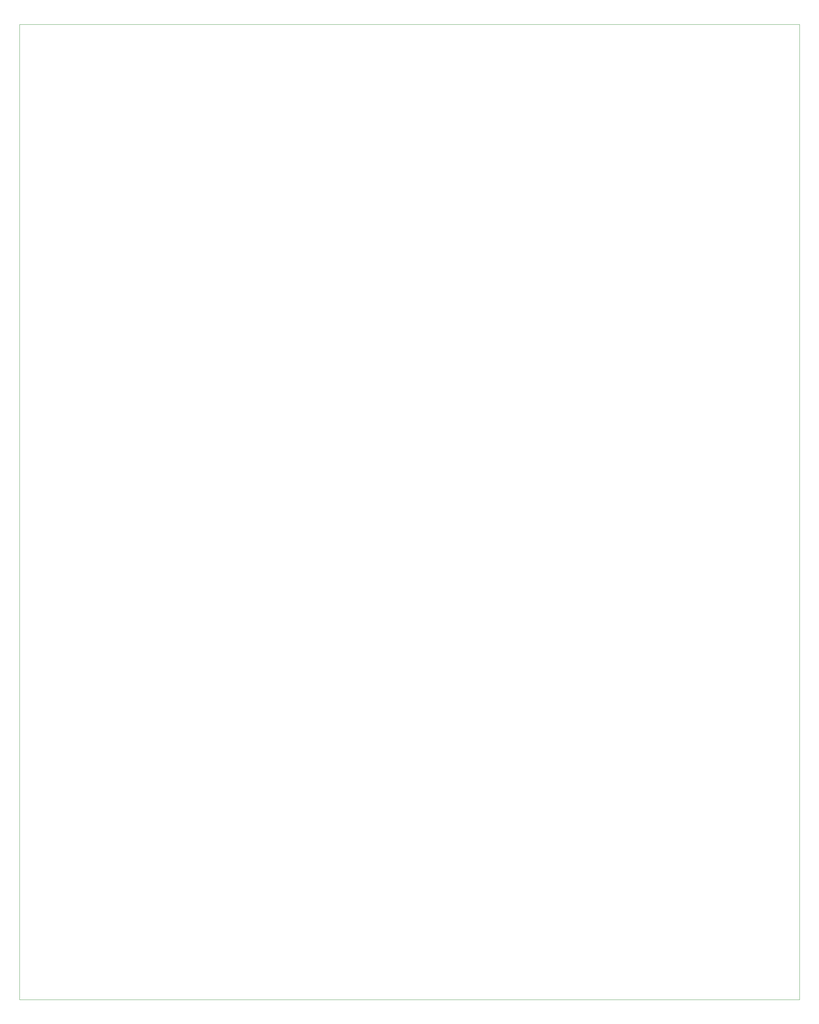
<source format=gbr>
%TF.GenerationSoftware,KiCad,Pcbnew,7.0.8*%
%TF.CreationDate,2025-08-15T10:43:14-07:00*%
%TF.ProjectId,production_red_line,70726f64-7563-4746-996f-6e5f7265645f,rev?*%
%TF.SameCoordinates,Original*%
%TF.FileFunction,Profile,NP*%
%FSLAX46Y46*%
G04 Gerber Fmt 4.6, Leading zero omitted, Abs format (unit mm)*
G04 Created by KiCad (PCBNEW 7.0.8) date 2025-08-15 10:43:14*
%MOMM*%
%LPD*%
G01*
G04 APERTURE LIST*
%TA.AperFunction,Profile*%
%ADD10C,0.050000*%
%TD*%
G04 APERTURE END LIST*
D10*
X70421068Y198592407D02*
X273621068Y198592407D01*
X273621068Y-55407593D01*
X70421068Y-55407593D01*
X70421068Y198592407D01*
M02*

</source>
